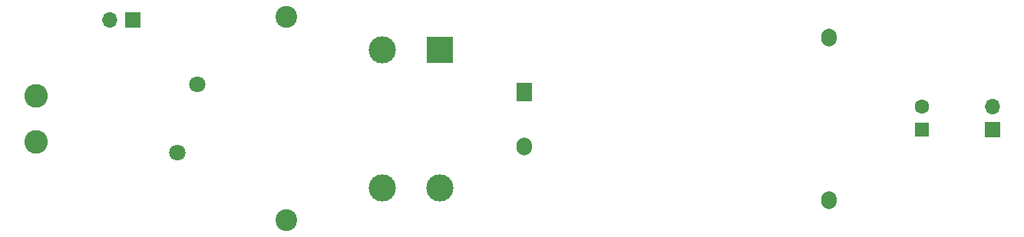
<source format=gbr>
%TF.GenerationSoftware,KiCad,Pcbnew,8.0.0*%
%TF.CreationDate,2024-12-16T23:26:22-03:00*%
%TF.ProjectId,AC220vtoDC3v3,41433232-3076-4746-9f44-433376332e6b,rev?*%
%TF.SameCoordinates,Original*%
%TF.FileFunction,Soldermask,Bot*%
%TF.FilePolarity,Negative*%
%FSLAX46Y46*%
G04 Gerber Fmt 4.6, Leading zero omitted, Abs format (unit mm)*
G04 Created by KiCad (PCBNEW 8.0.0) date 2024-12-16 23:26:22*
%MOMM*%
%LPD*%
G01*
G04 APERTURE LIST*
%ADD10R,3.000000X3.000000*%
%ADD11C,3.000000*%
%ADD12C,1.600000*%
%ADD13R,1.600000X1.600000*%
%ADD14C,1.800000*%
%ADD15R,1.700000X1.700000*%
%ADD16O,1.700000X1.700000*%
%ADD17C,2.400000*%
%ADD18C,2.600000*%
%ADD19O,1.700000X2.000000*%
%ADD20R,1.700000X2.000000*%
G04 APERTURE END LIST*
D10*
%TO.C,L1*%
X96487500Y-38340000D03*
D11*
X90137500Y-38340000D03*
X90137500Y-53580000D03*
X96487500Y-53580000D03*
%TD*%
D12*
%TO.C,C2*%
X149620000Y-44642380D03*
D13*
X149620000Y-47142380D03*
%TD*%
D14*
%TO.C,RV1*%
X67540000Y-49710000D03*
X69740000Y-42210000D03*
%TD*%
D15*
%TO.C,F1*%
X62640000Y-35060000D03*
D16*
X60100000Y-35060000D03*
%TD*%
%TO.C,J2*%
X157430000Y-44600000D03*
D15*
X157430000Y-47140000D03*
%TD*%
D17*
%TO.C,C1*%
X79523750Y-34710000D03*
X79523750Y-57210000D03*
%TD*%
D18*
%TO.C,J1*%
X51960000Y-48500000D03*
X51960000Y-43420000D03*
%TD*%
D19*
%TO.C,PS1*%
X139436250Y-55002500D03*
X139436250Y-37002500D03*
X105836250Y-49002500D03*
D20*
X105836250Y-43002500D03*
%TD*%
M02*

</source>
